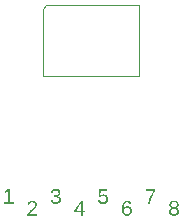
<source format=gbr>
G04 EAGLE Gerber RS-274X export*
G75*
%MOMM*%
%FSLAX34Y34*%
%LPD*%
%INSilkscreen Top*%
%IPPOS*%
%AMOC8*
5,1,8,0,0,1.08239X$1,22.5*%
G01*
G04 Define Apertures*
%ADD10C,0.101600*%
G36*
X19100Y35160D02*
X11366Y35160D01*
X11366Y36500D01*
X14511Y36500D01*
X14511Y45994D01*
X11725Y44006D01*
X11725Y45495D01*
X14642Y47501D01*
X16096Y47501D01*
X16096Y36500D01*
X19100Y36500D01*
X19100Y35160D01*
G37*
G36*
X39074Y25160D02*
X30902Y25160D01*
X30902Y26272D01*
X31138Y26770D01*
X31398Y27237D01*
X31683Y27674D01*
X31993Y28081D01*
X32319Y28464D01*
X32653Y28828D01*
X32995Y29173D01*
X33346Y29500D01*
X34052Y30112D01*
X34752Y30678D01*
X35414Y31221D01*
X36008Y31764D01*
X36275Y32039D01*
X36515Y32320D01*
X36728Y32608D01*
X36915Y32903D01*
X37066Y33210D01*
X37174Y33538D01*
X37239Y33885D01*
X37261Y34251D01*
X37252Y34498D01*
X37224Y34731D01*
X37177Y34949D01*
X37112Y35153D01*
X37028Y35343D01*
X36926Y35519D01*
X36805Y35681D01*
X36665Y35828D01*
X36509Y35959D01*
X36338Y36073D01*
X36153Y36169D01*
X35954Y36248D01*
X35739Y36310D01*
X35511Y36353D01*
X35268Y36380D01*
X35010Y36388D01*
X34764Y36380D01*
X34528Y36354D01*
X34304Y36311D01*
X34091Y36252D01*
X33889Y36175D01*
X33699Y36081D01*
X33519Y35969D01*
X33350Y35841D01*
X33195Y35697D01*
X33058Y35540D01*
X32937Y35368D01*
X32832Y35183D01*
X32745Y34984D01*
X32674Y34771D01*
X32621Y34544D01*
X32584Y34304D01*
X30972Y34453D01*
X31030Y34813D01*
X31116Y35155D01*
X31231Y35478D01*
X31374Y35782D01*
X31545Y36067D01*
X31745Y36333D01*
X31973Y36580D01*
X32229Y36809D01*
X32509Y37014D01*
X32808Y37192D01*
X33127Y37343D01*
X33465Y37466D01*
X33822Y37562D01*
X34199Y37630D01*
X34595Y37671D01*
X35010Y37685D01*
X35463Y37671D01*
X35889Y37630D01*
X36288Y37561D01*
X36660Y37465D01*
X37005Y37341D01*
X37323Y37190D01*
X37614Y37011D01*
X37878Y36804D01*
X38113Y36573D01*
X38317Y36318D01*
X38489Y36040D01*
X38630Y35739D01*
X38740Y35415D01*
X38818Y35068D01*
X38865Y34697D01*
X38881Y34304D01*
X38861Y33945D01*
X38799Y33588D01*
X38696Y33232D01*
X38553Y32876D01*
X38369Y32522D01*
X38144Y32167D01*
X37880Y31812D01*
X37576Y31457D01*
X37178Y31054D01*
X36632Y30553D01*
X35939Y29955D01*
X35097Y29259D01*
X34620Y28857D01*
X34193Y28476D01*
X33818Y28115D01*
X33495Y27774D01*
X33218Y27447D01*
X32982Y27125D01*
X32789Y26810D01*
X32636Y26500D01*
X39074Y26500D01*
X39074Y25160D01*
G37*
G36*
X55001Y34985D02*
X54544Y34998D01*
X54111Y35038D01*
X53702Y35104D01*
X53316Y35196D01*
X52954Y35315D01*
X52616Y35460D01*
X52301Y35632D01*
X52010Y35830D01*
X51745Y36054D01*
X51508Y36303D01*
X51300Y36578D01*
X51120Y36878D01*
X50968Y37203D01*
X50845Y37554D01*
X50750Y37929D01*
X50683Y38331D01*
X52312Y38479D01*
X52360Y38214D01*
X52423Y37966D01*
X52503Y37735D01*
X52599Y37522D01*
X52710Y37325D01*
X52838Y37145D01*
X52982Y36983D01*
X53142Y36837D01*
X53318Y36709D01*
X53510Y36598D01*
X53719Y36504D01*
X53943Y36427D01*
X54183Y36367D01*
X54440Y36324D01*
X54712Y36298D01*
X55001Y36290D01*
X55291Y36299D01*
X55565Y36327D01*
X55822Y36372D01*
X56064Y36437D01*
X56290Y36519D01*
X56500Y36620D01*
X56693Y36739D01*
X56871Y36877D01*
X57030Y37032D01*
X57168Y37206D01*
X57285Y37397D01*
X57380Y37606D01*
X57454Y37833D01*
X57507Y38077D01*
X57539Y38339D01*
X57550Y38620D01*
X57538Y38865D01*
X57501Y39096D01*
X57441Y39313D01*
X57356Y39516D01*
X57247Y39706D01*
X57114Y39882D01*
X56956Y40044D01*
X56775Y40192D01*
X56570Y40324D01*
X56344Y40439D01*
X56097Y40536D01*
X55828Y40615D01*
X55537Y40677D01*
X55225Y40721D01*
X54892Y40748D01*
X54537Y40757D01*
X53644Y40757D01*
X53644Y42123D01*
X54502Y42123D01*
X54817Y42132D01*
X55114Y42158D01*
X55392Y42202D01*
X55653Y42264D01*
X55895Y42344D01*
X56119Y42441D01*
X56324Y42556D01*
X56512Y42688D01*
X56679Y42836D01*
X56824Y42998D01*
X56947Y43173D01*
X57047Y43361D01*
X57125Y43563D01*
X57181Y43779D01*
X57215Y44009D01*
X57226Y44251D01*
X57217Y44492D01*
X57189Y44720D01*
X57144Y44935D01*
X57080Y45137D01*
X56998Y45326D01*
X56898Y45502D01*
X56780Y45665D01*
X56643Y45815D01*
X56489Y45949D01*
X56317Y46066D01*
X56127Y46164D01*
X55920Y46245D01*
X55695Y46308D01*
X55452Y46353D01*
X55192Y46379D01*
X54914Y46388D01*
X54659Y46380D01*
X54417Y46355D01*
X54188Y46313D01*
X53971Y46255D01*
X53766Y46180D01*
X53574Y46088D01*
X53395Y45979D01*
X53228Y45854D01*
X53075Y45714D01*
X52939Y45560D01*
X52820Y45392D01*
X52718Y45210D01*
X52633Y45015D01*
X52565Y44806D01*
X52513Y44584D01*
X52479Y44348D01*
X50893Y44470D01*
X50951Y44839D01*
X51038Y45186D01*
X51152Y45513D01*
X51295Y45819D01*
X51466Y46104D01*
X51666Y46369D01*
X51894Y46612D01*
X52150Y46835D01*
X52430Y47034D01*
X52730Y47207D01*
X53048Y47353D01*
X53386Y47472D01*
X53744Y47565D01*
X54120Y47632D01*
X54516Y47671D01*
X54931Y47685D01*
X55382Y47671D01*
X55808Y47631D01*
X56207Y47563D01*
X56581Y47469D01*
X56929Y47348D01*
X57251Y47199D01*
X57547Y47024D01*
X57817Y46822D01*
X58058Y46596D01*
X58267Y46348D01*
X58444Y46080D01*
X58589Y45790D01*
X58701Y45478D01*
X58782Y45146D01*
X58830Y44793D01*
X58846Y44418D01*
X58836Y44129D01*
X58805Y43854D01*
X58753Y43593D01*
X58681Y43346D01*
X58588Y43113D01*
X58474Y42893D01*
X58340Y42687D01*
X58185Y42495D01*
X58010Y42318D01*
X57817Y42155D01*
X57605Y42007D01*
X57374Y41875D01*
X57124Y41757D01*
X56855Y41654D01*
X56568Y41566D01*
X56262Y41492D01*
X56262Y41457D01*
X56599Y41410D01*
X56916Y41344D01*
X57214Y41257D01*
X57493Y41151D01*
X57753Y41025D01*
X57993Y40879D01*
X58215Y40714D01*
X58417Y40529D01*
X58598Y40328D01*
X58754Y40114D01*
X58887Y39888D01*
X58995Y39649D01*
X59079Y39397D01*
X59140Y39133D01*
X59176Y38856D01*
X59188Y38567D01*
X59171Y38152D01*
X59120Y37761D01*
X59035Y37395D01*
X58916Y37052D01*
X58763Y36733D01*
X58577Y36439D01*
X58356Y36168D01*
X58102Y35922D01*
X57816Y35702D01*
X57501Y35512D01*
X57157Y35351D01*
X56783Y35219D01*
X56381Y35117D01*
X55950Y35043D01*
X55490Y35000D01*
X55001Y34985D01*
G37*
G36*
X77716Y25160D02*
X76227Y25160D01*
X76227Y27954D01*
X70412Y27954D01*
X70412Y29180D01*
X76061Y37501D01*
X77716Y37501D01*
X77716Y29198D01*
X79450Y29198D01*
X79450Y27954D01*
X77716Y27954D01*
X77716Y25160D01*
G37*
%LPC*%
G36*
X76227Y29198D02*
X76227Y35723D01*
X75982Y35259D01*
X75641Y34681D01*
X72479Y30021D01*
X72006Y29373D01*
X71866Y29198D01*
X76227Y29198D01*
G37*
%LPD*%
G36*
X94843Y34985D02*
X94423Y34997D01*
X94022Y35032D01*
X93643Y35091D01*
X93284Y35173D01*
X92947Y35279D01*
X92630Y35409D01*
X92334Y35562D01*
X92058Y35738D01*
X91805Y35937D01*
X91577Y36157D01*
X91373Y36398D01*
X91193Y36660D01*
X91038Y36943D01*
X90907Y37247D01*
X90800Y37573D01*
X90718Y37919D01*
X92312Y38103D01*
X92381Y37881D01*
X92462Y37674D01*
X92555Y37481D01*
X92660Y37302D01*
X92777Y37138D01*
X92907Y36987D01*
X93049Y36852D01*
X93203Y36730D01*
X93370Y36623D01*
X93549Y36530D01*
X93740Y36451D01*
X93943Y36387D01*
X94158Y36337D01*
X94386Y36301D01*
X94626Y36279D01*
X94879Y36272D01*
X95187Y36284D01*
X95479Y36320D01*
X95753Y36380D01*
X96011Y36464D01*
X96250Y36572D01*
X96473Y36703D01*
X96679Y36859D01*
X96867Y37039D01*
X97035Y37239D01*
X97181Y37458D01*
X97304Y37694D01*
X97405Y37949D01*
X97484Y38221D01*
X97540Y38511D01*
X97574Y38819D01*
X97585Y39145D01*
X97574Y39429D01*
X97540Y39700D01*
X97483Y39956D01*
X97404Y40198D01*
X97303Y40427D01*
X97178Y40641D01*
X97032Y40842D01*
X96862Y41028D01*
X96674Y41197D01*
X96470Y41342D01*
X96250Y41466D01*
X96014Y41567D01*
X95762Y41645D01*
X95495Y41702D01*
X95212Y41735D01*
X94914Y41746D01*
X94599Y41734D01*
X94296Y41696D01*
X94004Y41633D01*
X93722Y41545D01*
X93446Y41427D01*
X93171Y41273D01*
X92895Y41085D01*
X92619Y40862D01*
X91077Y40862D01*
X91489Y47501D01*
X98505Y47501D01*
X98505Y46161D01*
X92925Y46161D01*
X92689Y42246D01*
X92953Y42430D01*
X93232Y42591D01*
X93528Y42726D01*
X93838Y42837D01*
X94165Y42923D01*
X94507Y42985D01*
X94864Y43022D01*
X95238Y43034D01*
X95681Y43017D01*
X96102Y42967D01*
X96500Y42884D01*
X96874Y42767D01*
X97226Y42617D01*
X97554Y42433D01*
X97859Y42216D01*
X98141Y41965D01*
X98395Y41688D01*
X98614Y41391D01*
X98800Y41073D01*
X98952Y40735D01*
X99071Y40377D01*
X99155Y39998D01*
X99206Y39599D01*
X99223Y39180D01*
X99205Y38705D01*
X99150Y38256D01*
X99060Y37832D01*
X98933Y37435D01*
X98769Y37064D01*
X98570Y36718D01*
X98334Y36399D01*
X98062Y36106D01*
X97758Y35843D01*
X97426Y35615D01*
X97066Y35423D01*
X96677Y35265D01*
X96261Y35143D01*
X95816Y35055D01*
X95344Y35002D01*
X94843Y34985D01*
G37*
G36*
X115203Y24985D02*
X114946Y24991D01*
X114697Y25009D01*
X114222Y25082D01*
X113777Y25203D01*
X113363Y25372D01*
X112980Y25590D01*
X112628Y25857D01*
X112306Y26172D01*
X112014Y26535D01*
X111756Y26945D01*
X111532Y27398D01*
X111342Y27896D01*
X111187Y28438D01*
X111066Y29024D01*
X110980Y29654D01*
X110928Y30328D01*
X110911Y31046D01*
X110929Y31824D01*
X110983Y32555D01*
X111072Y33241D01*
X111198Y33879D01*
X111359Y34471D01*
X111556Y35017D01*
X111789Y35516D01*
X112058Y35968D01*
X112360Y36370D01*
X112693Y36719D01*
X113056Y37014D01*
X113449Y37256D01*
X113872Y37443D01*
X114095Y37517D01*
X114326Y37577D01*
X114565Y37624D01*
X114810Y37658D01*
X115064Y37678D01*
X115325Y37685D01*
X115666Y37675D01*
X115991Y37645D01*
X116300Y37596D01*
X116593Y37528D01*
X116870Y37439D01*
X117130Y37331D01*
X117374Y37204D01*
X117602Y37056D01*
X117814Y36889D01*
X118010Y36703D01*
X118190Y36497D01*
X118353Y36271D01*
X118501Y36025D01*
X118632Y35760D01*
X118747Y35475D01*
X118846Y35171D01*
X117340Y34900D01*
X117206Y35253D01*
X117039Y35559D01*
X116836Y35818D01*
X116600Y36029D01*
X116328Y36194D01*
X116023Y36312D01*
X115682Y36382D01*
X115308Y36406D01*
X114980Y36386D01*
X114671Y36327D01*
X114382Y36229D01*
X114111Y36092D01*
X113859Y35915D01*
X113627Y35699D01*
X113413Y35444D01*
X113219Y35149D01*
X113045Y34817D01*
X112895Y34450D01*
X112768Y34048D01*
X112664Y33611D01*
X112583Y33138D01*
X112525Y32631D01*
X112490Y32088D01*
X112479Y31510D01*
X112715Y31885D01*
X112995Y32212D01*
X113319Y32491D01*
X113687Y32723D01*
X114091Y32905D01*
X114524Y33035D01*
X114751Y33081D01*
X114985Y33113D01*
X115226Y33133D01*
X115474Y33139D01*
X115890Y33122D01*
X116284Y33072D01*
X116656Y32989D01*
X117006Y32872D01*
X117334Y32722D01*
X117639Y32538D01*
X117923Y32321D01*
X118185Y32070D01*
X118420Y31792D01*
X118624Y31490D01*
X118796Y31166D01*
X118937Y30818D01*
X119047Y30447D01*
X119125Y30054D01*
X119172Y29637D01*
X119188Y29198D01*
X119171Y28722D01*
X119121Y28273D01*
X119039Y27849D01*
X118923Y27450D01*
X118774Y27078D01*
X118592Y26731D01*
X118376Y26410D01*
X118128Y26115D01*
X117850Y25850D01*
X117548Y25620D01*
X117220Y25426D01*
X116867Y25267D01*
X116488Y25144D01*
X116085Y25055D01*
X115656Y25003D01*
X115203Y24985D01*
G37*
%LPC*%
G36*
X115150Y26255D02*
X115427Y26267D01*
X115689Y26303D01*
X115935Y26363D01*
X116166Y26446D01*
X116382Y26554D01*
X116582Y26686D01*
X116767Y26842D01*
X116937Y27021D01*
X117089Y27222D01*
X117220Y27440D01*
X117332Y27677D01*
X117423Y27931D01*
X117494Y28203D01*
X117544Y28493D01*
X117575Y28802D01*
X117585Y29128D01*
X117575Y29453D01*
X117544Y29759D01*
X117493Y30046D01*
X117421Y30314D01*
X117328Y30563D01*
X117215Y30793D01*
X117082Y31003D01*
X116928Y31195D01*
X116756Y31365D01*
X116567Y31513D01*
X116363Y31638D01*
X116142Y31740D01*
X115905Y31819D01*
X115652Y31876D01*
X115383Y31910D01*
X115097Y31922D01*
X114828Y31912D01*
X114572Y31881D01*
X114330Y31831D01*
X114100Y31761D01*
X113884Y31670D01*
X113681Y31559D01*
X113491Y31429D01*
X113315Y31278D01*
X113156Y31109D01*
X113018Y30926D01*
X112901Y30727D01*
X112806Y30513D01*
X112732Y30283D01*
X112679Y30039D01*
X112647Y29779D01*
X112636Y29504D01*
X112647Y29155D01*
X112680Y28823D01*
X112735Y28506D01*
X112813Y28206D01*
X112912Y27922D01*
X113033Y27653D01*
X113176Y27402D01*
X113341Y27166D01*
X113524Y26952D01*
X113719Y26767D01*
X113926Y26611D01*
X114146Y26483D01*
X114378Y26383D01*
X114623Y26312D01*
X114880Y26269D01*
X115150Y26255D01*
G37*
%LPD*%
G36*
X134843Y35160D02*
X133197Y35160D01*
X133213Y35755D01*
X133260Y36358D01*
X133338Y36969D01*
X133448Y37587D01*
X133589Y38214D01*
X133761Y38848D01*
X133965Y39490D01*
X134200Y40139D01*
X134471Y40805D01*
X134785Y41496D01*
X135141Y42212D01*
X135539Y42952D01*
X135978Y43717D01*
X136460Y44507D01*
X136984Y45321D01*
X137550Y46161D01*
X130920Y46161D01*
X130920Y47501D01*
X139074Y47501D01*
X139074Y46222D01*
X138197Y44855D01*
X137460Y43645D01*
X136862Y42591D01*
X136402Y41694D01*
X136037Y40878D01*
X135720Y40067D01*
X135452Y39262D01*
X135233Y38462D01*
X135063Y37658D01*
X134941Y36839D01*
X134868Y36007D01*
X134850Y35585D01*
X134843Y35160D01*
G37*
G36*
X115203Y24985D02*
X114946Y24991D01*
X114697Y25009D01*
X114222Y25082D01*
X113777Y25203D01*
X113363Y25372D01*
X112980Y25590D01*
X112628Y25857D01*
X112306Y26172D01*
X112014Y26535D01*
X111756Y26945D01*
X111532Y27398D01*
X111342Y27896D01*
X111187Y28438D01*
X111066Y29024D01*
X110980Y29654D01*
X110928Y30328D01*
X110911Y31046D01*
X110929Y31824D01*
X110983Y32555D01*
X111072Y33241D01*
X111198Y33879D01*
X111359Y34471D01*
X111556Y35017D01*
X111789Y35516D01*
X112058Y35968D01*
X112360Y36370D01*
X112693Y36719D01*
X113056Y37014D01*
X113449Y37256D01*
X113872Y37443D01*
X114095Y37517D01*
X114326Y37577D01*
X114565Y37624D01*
X114810Y37658D01*
X115064Y37678D01*
X115325Y37685D01*
X115666Y37675D01*
X115991Y37645D01*
X116300Y37596D01*
X116593Y37528D01*
X116870Y37439D01*
X117130Y37331D01*
X117374Y37204D01*
X117602Y37056D01*
X117814Y36889D01*
X118010Y36703D01*
X118190Y36497D01*
X118353Y36271D01*
X118501Y36025D01*
X118632Y35760D01*
X118747Y35475D01*
X118846Y35171D01*
X117340Y34900D01*
X117206Y35253D01*
X117039Y35559D01*
X116836Y35818D01*
X116600Y36029D01*
X116328Y36194D01*
X116023Y36312D01*
X115682Y36382D01*
X115308Y36406D01*
X114980Y36386D01*
X114671Y36327D01*
X114382Y36229D01*
X114111Y36092D01*
X113859Y35915D01*
X113627Y35699D01*
X113413Y35444D01*
X113219Y35149D01*
X113045Y34817D01*
X112895Y34450D01*
X112768Y34048D01*
X112664Y33611D01*
X112583Y33138D01*
X112525Y32631D01*
X112490Y32088D01*
X112479Y31510D01*
X112715Y31885D01*
X112995Y32212D01*
X113319Y32491D01*
X113687Y32723D01*
X114091Y32905D01*
X114524Y33035D01*
X114751Y33081D01*
X114985Y33113D01*
X115226Y33133D01*
X115474Y33139D01*
X115890Y33122D01*
X116284Y33072D01*
X116656Y32989D01*
X117006Y32872D01*
X117334Y32722D01*
X117639Y32538D01*
X117923Y32321D01*
X118185Y32070D01*
X118420Y31792D01*
X118624Y31490D01*
X118796Y31166D01*
X118937Y30818D01*
X119047Y30447D01*
X119125Y30054D01*
X119172Y29637D01*
X119188Y29198D01*
X119171Y28722D01*
X119121Y28273D01*
X119039Y27849D01*
X118923Y27450D01*
X118774Y27078D01*
X118592Y26731D01*
X118376Y26410D01*
X118128Y26115D01*
X117850Y25850D01*
X117548Y25620D01*
X117220Y25426D01*
X116867Y25267D01*
X116488Y25144D01*
X116085Y25055D01*
X115656Y25003D01*
X115203Y24985D01*
G37*
%LPC*%
G36*
X115150Y26255D02*
X115427Y26267D01*
X115689Y26303D01*
X115935Y26363D01*
X116166Y26446D01*
X116382Y26554D01*
X116582Y26686D01*
X116767Y26842D01*
X116937Y27021D01*
X117089Y27222D01*
X117220Y27440D01*
X117332Y27677D01*
X117423Y27931D01*
X117494Y28203D01*
X117544Y28493D01*
X117575Y28802D01*
X117585Y29128D01*
X117575Y29453D01*
X117544Y29759D01*
X117493Y30046D01*
X117421Y30314D01*
X117328Y30563D01*
X117215Y30793D01*
X117082Y31003D01*
X116928Y31195D01*
X116756Y31365D01*
X116567Y31513D01*
X116363Y31638D01*
X116142Y31740D01*
X115905Y31819D01*
X115652Y31876D01*
X115383Y31910D01*
X115097Y31922D01*
X114828Y31912D01*
X114572Y31881D01*
X114330Y31831D01*
X114100Y31761D01*
X113884Y31670D01*
X113681Y31559D01*
X113491Y31429D01*
X113315Y31278D01*
X113156Y31109D01*
X113018Y30926D01*
X112901Y30727D01*
X112806Y30513D01*
X112732Y30283D01*
X112679Y30039D01*
X112647Y29779D01*
X112636Y29504D01*
X112647Y29155D01*
X112680Y28823D01*
X112735Y28506D01*
X112813Y28206D01*
X112912Y27922D01*
X113033Y27653D01*
X113176Y27402D01*
X113341Y27166D01*
X113524Y26952D01*
X113719Y26767D01*
X113926Y26611D01*
X114146Y26483D01*
X114378Y26383D01*
X114623Y26312D01*
X114880Y26269D01*
X115150Y26255D01*
G37*
%LPD*%
G36*
X154992Y24985D02*
X154511Y25000D01*
X154057Y25043D01*
X153629Y25117D01*
X153229Y25219D01*
X152855Y25351D01*
X152509Y25512D01*
X152189Y25702D01*
X151896Y25922D01*
X151634Y26169D01*
X151408Y26440D01*
X151216Y26736D01*
X151059Y27056D01*
X150937Y27401D01*
X150849Y27771D01*
X150797Y28166D01*
X150780Y28585D01*
X150790Y28881D01*
X150823Y29165D01*
X150877Y29437D01*
X150952Y29697D01*
X151050Y29945D01*
X151169Y30181D01*
X151309Y30405D01*
X151471Y30617D01*
X151650Y30812D01*
X151841Y30988D01*
X152045Y31143D01*
X152260Y31278D01*
X152487Y31393D01*
X152726Y31487D01*
X152977Y31561D01*
X153241Y31615D01*
X153241Y31650D01*
X152995Y31718D01*
X152764Y31803D01*
X152545Y31905D01*
X152340Y32025D01*
X152148Y32161D01*
X151969Y32315D01*
X151803Y32486D01*
X151651Y32675D01*
X151514Y32876D01*
X151396Y33086D01*
X151296Y33304D01*
X151214Y33531D01*
X151150Y33766D01*
X151105Y34010D01*
X151078Y34262D01*
X151069Y34523D01*
X151085Y34867D01*
X151135Y35195D01*
X151217Y35505D01*
X151332Y35799D01*
X151481Y36077D01*
X151662Y36338D01*
X151877Y36582D01*
X152124Y36809D01*
X152399Y37014D01*
X152697Y37192D01*
X153017Y37343D01*
X153360Y37466D01*
X153725Y37562D01*
X154114Y37630D01*
X154524Y37671D01*
X154957Y37685D01*
X155401Y37671D01*
X155820Y37631D01*
X156216Y37564D01*
X156588Y37470D01*
X156935Y37349D01*
X157259Y37202D01*
X157559Y37028D01*
X157835Y36826D01*
X158082Y36602D01*
X158296Y36359D01*
X158478Y36098D01*
X158626Y35817D01*
X158742Y35517D01*
X158824Y35199D01*
X158873Y34862D01*
X158890Y34505D01*
X158881Y34245D01*
X158853Y33992D01*
X158807Y33749D01*
X158743Y33513D01*
X158661Y33287D01*
X158560Y33068D01*
X158441Y32859D01*
X158303Y32657D01*
X158150Y32469D01*
X157983Y32300D01*
X157965Y32285D01*
X157803Y32149D01*
X157609Y32016D01*
X157402Y31901D01*
X157181Y31805D01*
X156948Y31727D01*
X156700Y31668D01*
X156700Y31633D01*
X156988Y31575D01*
X157259Y31498D01*
X157513Y31401D01*
X157751Y31286D01*
X157973Y31151D01*
X158178Y30996D01*
X158367Y30823D01*
X158506Y30667D01*
X158540Y30630D01*
X158694Y30421D01*
X158827Y30199D01*
X158940Y29965D01*
X159032Y29718D01*
X159104Y29458D01*
X159155Y29185D01*
X159186Y28900D01*
X159196Y28602D01*
X159180Y28187D01*
X159129Y27795D01*
X159044Y27427D01*
X158925Y27083D01*
X158772Y26761D01*
X158586Y26464D01*
X158365Y26190D01*
X158110Y25940D01*
X157824Y25716D01*
X157508Y25522D01*
X157163Y25358D01*
X156788Y25223D01*
X156383Y25119D01*
X155949Y25045D01*
X155486Y25000D01*
X154992Y24985D01*
G37*
%LPC*%
G36*
X155010Y26167D02*
X155322Y26177D01*
X155613Y26206D01*
X155883Y26254D01*
X156133Y26322D01*
X156363Y26408D01*
X156572Y26515D01*
X156760Y26640D01*
X156928Y26785D01*
X157076Y26951D01*
X157204Y27139D01*
X157312Y27351D01*
X157401Y27585D01*
X157470Y27842D01*
X157519Y28122D01*
X157549Y28425D01*
X157559Y28751D01*
X157548Y29029D01*
X157516Y29289D01*
X157463Y29532D01*
X157388Y29757D01*
X157292Y29965D01*
X157174Y30154D01*
X157036Y30326D01*
X156875Y30481D01*
X156696Y30617D01*
X156499Y30736D01*
X156285Y30836D01*
X156054Y30918D01*
X155806Y30981D01*
X155540Y31027D01*
X155257Y31054D01*
X154957Y31063D01*
X154666Y31053D01*
X154390Y31024D01*
X154131Y30975D01*
X153889Y30907D01*
X153663Y30819D01*
X153453Y30711D01*
X153260Y30584D01*
X153083Y30437D01*
X152925Y30273D01*
X152788Y30095D01*
X152672Y29901D01*
X152577Y29694D01*
X152503Y29471D01*
X152451Y29234D01*
X152419Y28982D01*
X152409Y28716D01*
X152419Y28407D01*
X152449Y28119D01*
X152500Y27850D01*
X152571Y27601D01*
X152663Y27372D01*
X152774Y27163D01*
X152907Y26974D01*
X153059Y26804D01*
X153232Y26655D01*
X153425Y26526D01*
X153638Y26416D01*
X153872Y26327D01*
X154126Y26257D01*
X154400Y26207D01*
X154695Y26177D01*
X155010Y26167D01*
G37*
G36*
X154975Y32246D02*
X155245Y32254D01*
X155498Y32278D01*
X155735Y32318D01*
X155955Y32374D01*
X156158Y32446D01*
X156345Y32534D01*
X156516Y32638D01*
X156670Y32758D01*
X156806Y32896D01*
X156924Y33054D01*
X157025Y33232D01*
X157106Y33429D01*
X157170Y33647D01*
X157216Y33884D01*
X157243Y34141D01*
X157252Y34418D01*
X157243Y34671D01*
X157216Y34908D01*
X157171Y35129D01*
X157109Y35334D01*
X157028Y35522D01*
X156929Y35693D01*
X156813Y35849D01*
X156678Y35988D01*
X156526Y36110D01*
X156356Y36217D01*
X156167Y36307D01*
X155961Y36380D01*
X155737Y36437D01*
X155495Y36478D01*
X155235Y36503D01*
X154957Y36511D01*
X154688Y36503D01*
X154434Y36478D01*
X154198Y36437D01*
X153977Y36380D01*
X153774Y36306D01*
X153587Y36215D01*
X153416Y36109D01*
X153263Y35986D01*
X153126Y35846D01*
X153008Y35691D01*
X152908Y35519D01*
X152826Y35331D01*
X152762Y35127D01*
X152717Y34907D01*
X152689Y34670D01*
X152680Y34418D01*
X152689Y34161D01*
X152718Y33919D01*
X152764Y33694D01*
X152830Y33484D01*
X152914Y33290D01*
X153018Y33111D01*
X153139Y32949D01*
X153280Y32802D01*
X153438Y32671D01*
X153611Y32559D01*
X153800Y32463D01*
X154004Y32385D01*
X154223Y32324D01*
X154458Y32280D01*
X154709Y32254D01*
X154975Y32246D01*
G37*
%LPD*%
D10*
X47000Y203000D02*
X44000Y200000D01*
X44000Y143000D01*
X125000Y143000D01*
X125000Y203000D01*
X47000Y203000D01*
M02*

</source>
